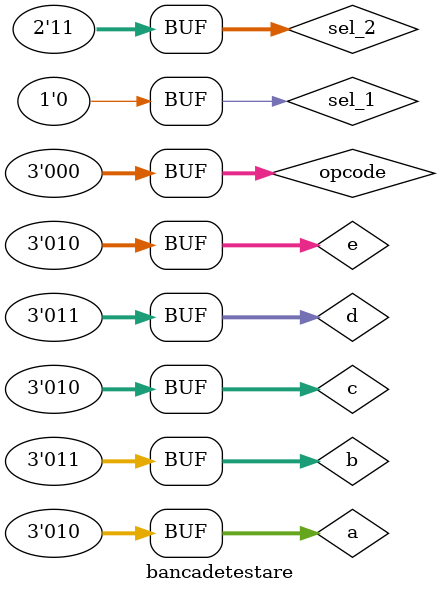
<source format=v>
module bancadetestare();
	reg[2:0] a;
	reg[2:0] b;
	reg[2:0] c;
	reg[2:0] d;
	reg[2:0] e;
	reg[2:0] opcode;
	reg sel_1;
	reg[1:0] sel_2;
	wire[2:0] out;
	wire carry_out;
	
	toptema DUT1(.a(a), .b(b), .c(c), .d(d), .e(e), .opcode(opcode), .sel_1(sel_1), .sel_2(sel_2), .out(out), .carry_out(carry_out));	
	initial begin
		sel_1 = 0;
		sel_2 = 0;
		opcode = 0;
		a = 2;
		b = 3;
		c = 2;
		d = 3;
		e = 2;
		#20;
		sel_1 = 0;
		sel_2 = 0;
		opcode = 1;
		a = 2;
		b = 3;
		c = 2;
		d = 3;
		e = 2;
		#20;
		sel_1 = 0;
		sel_2 = 0;
		opcode = 2;
		a = 2;
		b = 3;
		c = 2;
		d = 3;
		e = 2;
		#20;
		sel_1 = 0;
		sel_2 = 0;
		opcode = 3;
		a = 2;
		b = 3;
		c = 2;
		d = 3;
		e = 2;
		#20;
		sel_1 = 0;
		sel_2 = 0;
		opcode = 4;
		a = 2;
		b = 3;
		c = 2;
		d = 3;
		e = 2;
		#20;
		sel_1 = 0;
		sel_2 = 0;
		opcode = 5;
		a = 2;
		b = 3;
		c = 2;
		d = 3;
		e = 2;
		#20;
		sel_1 = 0;
		sel_2 = 1;
		opcode = 0;
		a = 2;
		b = 3;
		c = 2;
		d = 3;
		e = 2;
		#20;
		sel_1 = 0;
		sel_2 = 2;
		opcode = 0;
		a = 2;
		b = 3;
		c = 2;
		d = 3;
		e = 2;
		#20;
		sel_1 = 1;
		sel_2 = 2;
		opcode = 0;
		a = 2;
		b = 3;
		c = 2;
		d = 3;
		e = 2;
		#20;
		sel_1 = 0;
		sel_2 = 3;
		opcode = 0;
		a = 2;
		b = 3;
		c = 2;
		d = 3;
		e = 2;
		#20;
	end
endmodule
</source>
